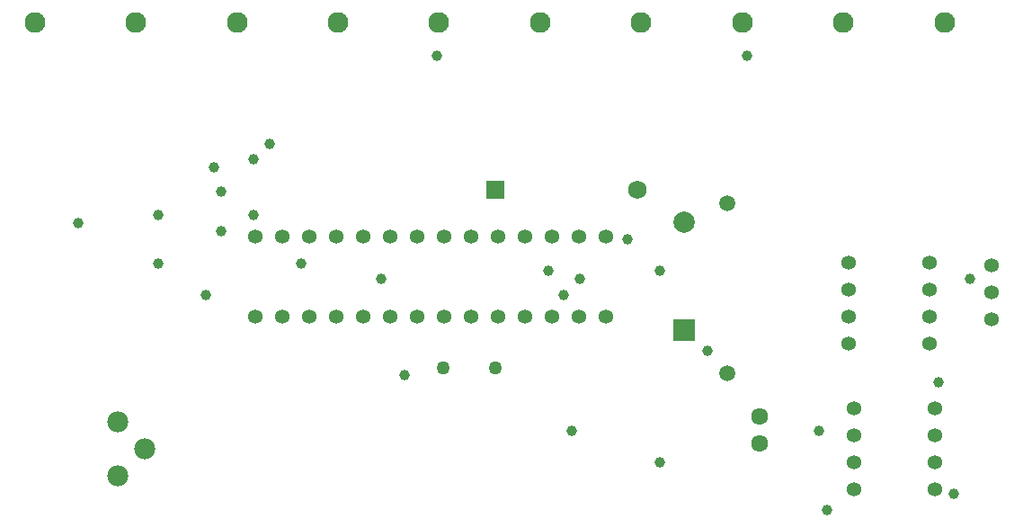
<source format=gbs>
G04 Generated by Ultiboard 13.0 *
%FSLAX25Y25*%
%MOIN*%

%ADD10C,0.00001*%
%ADD11C,0.05337*%
%ADD12C,0.05000*%
%ADD13R,0.07874X0.07874*%
%ADD14C,0.07874*%
%ADD15R,0.06900X0.06900*%
%ADD16C,0.06900*%
%ADD17C,0.05906*%
%ADD18C,0.06334*%
%ADD19C,0.07834*%
%ADD20C,0.03937*%
%ADD21C,0.07699*%


G04 ColorRGB 9900CC for the following layer *
%LNSolder Mask Bottom*%
%LPD*%
G54D10*
G54D11*
X163000Y169039D03*
X173000Y169039D03*
X183000Y169039D03*
X193000Y169039D03*
X203000Y169039D03*
X213000Y169039D03*
X223000Y169039D03*
X233000Y169039D03*
X243000Y169039D03*
X253000Y169039D03*
X263000Y169039D03*
X273000Y169039D03*
X283000Y169039D03*
X293000Y169039D03*
X163000Y198961D03*
X173000Y198961D03*
X183000Y198961D03*
X193000Y198961D03*
X203000Y198961D03*
X213000Y198961D03*
X223000Y198961D03*
X233000Y198961D03*
X243000Y198961D03*
X253000Y198961D03*
X263000Y198961D03*
X273000Y198961D03*
X283000Y198961D03*
X293000Y198961D03*
X385039Y135000D03*
X414961Y125000D03*
X385039Y125000D03*
X385039Y115000D03*
X385039Y105000D03*
X414961Y135000D03*
X414961Y115000D03*
X414961Y105000D03*
X383039Y189000D03*
X412961Y169000D03*
X383039Y179000D03*
X383039Y169000D03*
X383039Y159000D03*
X412961Y189000D03*
X412961Y179000D03*
X412961Y159000D03*
X436000Y188000D03*
X436000Y178000D03*
X436000Y168000D03*
G54D12*
X252000Y150000D03*
X232833Y150000D03*
G54D13*
X322000Y164000D03*
G54D14*
X322000Y204000D03*
G54D15*
X252000Y216000D03*
G54D16*
X304756Y216000D03*
G54D17*
X338000Y210992D03*
X338000Y148000D03*
G54D18*
X350000Y122000D03*
X350000Y132000D03*
G54D19*
X122000Y120000D03*
X112000Y110000D03*
X112000Y130000D03*
G54D20*
X144685Y177165D03*
X283465Y183071D03*
X209646Y183071D03*
X277559Y177165D03*
X428150Y183071D03*
X218504Y147638D03*
X372047Y126969D03*
X126969Y188976D03*
X330709Y156496D03*
X301181Y197835D03*
X162402Y206693D03*
X150591Y200787D03*
X312992Y186024D03*
X271654Y186024D03*
X416339Y144685D03*
X422244Y103346D03*
X312992Y115157D03*
X280512Y126969D03*
X375000Y97441D03*
X150591Y215551D03*
X126969Y206693D03*
X97441Y203740D03*
X168307Y233268D03*
X180118Y188976D03*
X162402Y227362D03*
X147638Y224409D03*
X230315Y265748D03*
X345472Y265748D03*
G54D21*
X81339Y278000D03*
X118819Y278000D03*
X156299Y278000D03*
X193780Y278000D03*
X231260Y278000D03*
X268740Y278000D03*
X306220Y278000D03*
X343701Y278000D03*
X381181Y278000D03*
X418661Y278000D03*

M02*

</source>
